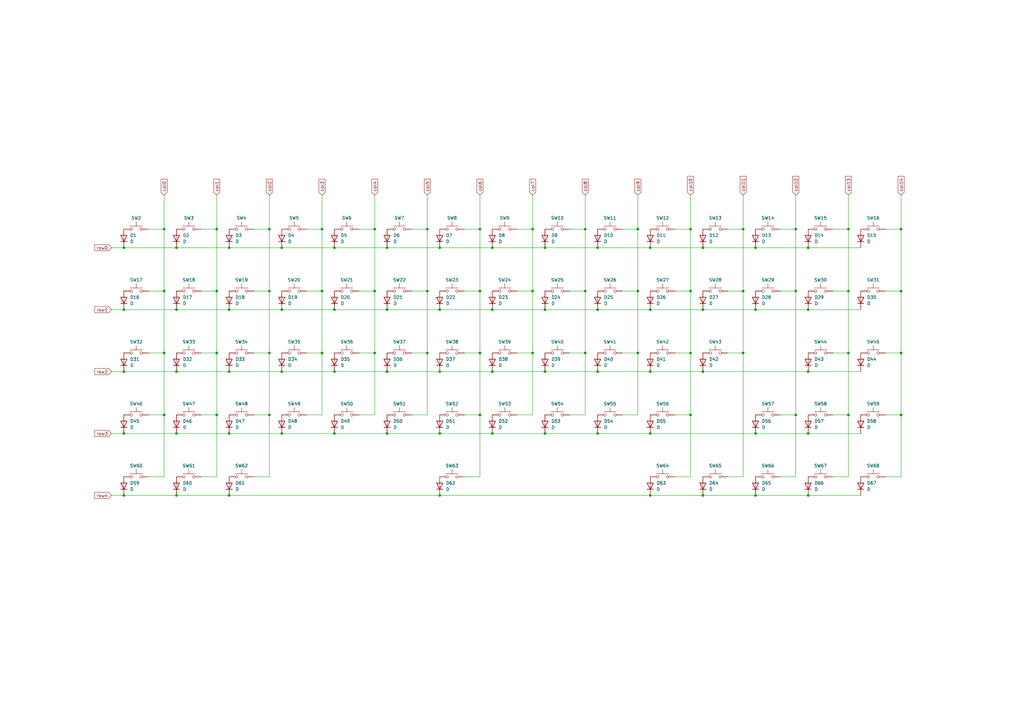
<source format=kicad_sch>
(kicad_sch (version 20250114) (generator "eeschema") (generator_version "9.0")
  (paper "A3")
  (junction (at 331.47 152.4))
  (junction (at 93.98 177.8))
  (junction (at 115.57 101.6))
  (junction (at 196.85 119.38))
  (junction (at 137.16 101.6))
  (junction (at 67.31 144.78))
  (junction (at 331.47 127))
  (junction (at 180.34 152.4))
  (junction (at 110.49 144.78))
  (junction (at 331.47 101.6))
  (junction (at 369.57 93.98))
  (junction (at 196.85 170.18))
  (junction (at 240.03 93.98))
  (junction (at 266.7 152.4))
  (junction (at 137.16 177.8))
  (junction (at 288.29 203.2))
  (junction (at 326.39 170.18))
  (junction (at 153.67 119.38))
  (junction (at 288.29 152.4))
  (junction (at 110.49 119.38))
  (junction (at 88.9 93.98))
  (junction (at 110.49 170.18))
  (junction (at 304.8 119.38))
  (junction (at 180.34 127))
  (junction (at 245.11 177.8))
  (junction (at 137.16 152.4))
  (junction (at 115.57 127))
  (junction (at 347.98 93.98))
  (junction (at 309.88 101.6))
  (junction (at 132.08 93.98))
  (junction (at 223.52 177.8))
  (junction (at 72.39 152.4))
  (junction (at 223.52 127))
  (junction (at 304.8 144.78))
  (junction (at 158.75 127))
  (junction (at 266.7 101.6))
  (junction (at 288.29 101.6))
  (junction (at 50.8 152.4))
  (junction (at 93.98 127))
  (junction (at 309.88 203.2))
  (junction (at 158.75 101.6))
  (junction (at 67.31 119.38))
  (junction (at 88.9 119.38))
  (junction (at 88.9 170.18))
  (junction (at 283.21 170.18))
  (junction (at 218.44 144.78))
  (junction (at 180.34 203.2))
  (junction (at 261.62 119.38))
  (junction (at 369.57 144.78))
  (junction (at 331.47 203.2))
  (junction (at 218.44 119.38))
  (junction (at 326.39 93.98))
  (junction (at 115.57 152.4))
  (junction (at 266.7 177.8))
  (junction (at 245.11 152.4))
  (junction (at 218.44 93.98))
  (junction (at 158.75 177.8))
  (junction (at 240.03 144.78))
  (junction (at 67.31 93.98))
  (junction (at 261.62 144.78))
  (junction (at 93.98 203.2))
  (junction (at 196.85 93.98))
  (junction (at 93.98 152.4))
  (junction (at 304.8 93.98))
  (junction (at 201.93 152.4))
  (junction (at 240.03 119.38))
  (junction (at 137.16 127))
  (junction (at 132.08 144.78))
  (junction (at 180.34 101.6))
  (junction (at 347.98 144.78))
  (junction (at 309.88 127))
  (junction (at 158.75 152.4))
  (junction (at 110.49 93.98))
  (junction (at 283.21 93.98))
  (junction (at 72.39 203.2))
  (junction (at 347.98 170.18))
  (junction (at 196.85 144.78))
  (junction (at 347.98 119.38))
  (junction (at 266.7 127))
  (junction (at 266.7 203.2))
  (junction (at 309.88 177.8))
  (junction (at 72.39 127))
  (junction (at 223.52 101.6))
  (junction (at 50.8 177.8))
  (junction (at 369.57 170.18))
  (junction (at 288.29 127))
  (junction (at 180.34 177.8))
  (junction (at 201.93 101.6))
  (junction (at 201.93 127))
  (junction (at 72.39 177.8))
  (junction (at 201.93 177.8))
  (junction (at 153.67 93.98))
  (junction (at 88.9 144.78))
  (junction (at 326.39 119.38))
  (junction (at 93.98 101.6))
  (junction (at 283.21 119.38))
  (junction (at 67.31 170.18))
  (junction (at 175.26 119.38))
  (junction (at 283.21 144.78))
  (junction (at 245.11 101.6))
  (junction (at 175.26 93.98))
  (junction (at 72.39 101.6))
  (junction (at 245.11 127))
  (junction (at 132.08 119.38))
  (junction (at 261.62 93.98))
  (junction (at 175.26 144.78))
  (junction (at 153.67 144.78))
  (junction (at 369.57 119.38))
  (junction (at 50.8 203.2))
  (junction (at 50.8 127))
  (junction (at 331.47 177.8))
  (junction (at 50.8 101.6))
  (junction (at 223.52 152.4))
  (junction (at 115.57 177.8))
  (wire (pts (xy 347.98 144.78) (xy 347.98 170.18)))
  (wire (pts (xy 266.7 177.8) (xy 309.88 177.8)))
  (wire (pts (xy 67.31 195.58) (xy 60.96 195.58)))
  (wire (pts (xy 72.39 177.8) (xy 93.98 177.8)))
  (wire (pts (xy 196.85 170.18) (xy 190.5 170.18)))
  (wire (pts (xy 245.11 101.6) (xy 266.7 101.6)))
  (wire (pts (xy 266.7 101.6) (xy 288.29 101.6)))
  (wire (pts (xy 153.67 80.01) (xy 153.67 93.98)))
  (wire (pts (xy 132.08 119.38) (xy 125.73 119.38)))
  (wire (pts (xy 196.85 93.98) (xy 190.5 93.98)))
  (wire (pts (xy 137.16 127) (xy 158.75 127)))
  (wire (pts (xy 266.7 203.2) (xy 288.29 203.2)))
  (wire (pts (xy 369.57 195.58) (xy 363.22 195.58)))
  (wire (pts (xy 218.44 80.01) (xy 218.44 93.98)))
  (wire (pts (xy 132.08 144.78) (xy 132.08 170.18)))
  (wire (pts (xy 180.34 152.4) (xy 201.93 152.4)))
  (wire (pts (xy 245.11 127) (xy 266.7 127)))
  (wire (pts (xy 326.39 119.38) (xy 320.04 119.38)))
  (wire (pts (xy 88.9 119.38) (xy 88.9 144.78)))
  (wire (pts (xy 158.75 177.8) (xy 180.34 177.8)))
  (wire (pts (xy 288.29 152.4) (xy 331.47 152.4)))
  (wire (pts (xy 88.9 93.98) (xy 82.55 93.98)))
  (wire (pts (xy 110.49 195.58) (xy 104.14 195.58)))
  (wire (pts (xy 180.34 101.6) (xy 201.93 101.6)))
  (wire (pts (xy 67.31 93.98) (xy 67.31 119.38)))
  (wire (pts (xy 175.26 93.98) (xy 175.26 119.38)))
  (wire (pts (xy 331.47 177.8) (xy 353.06 177.8)))
  (wire (pts (xy 347.98 93.98) (xy 347.98 119.38)))
  (wire (pts (xy 369.57 93.98) (xy 363.22 93.98)))
  (wire (pts (xy 218.44 119.38) (xy 218.44 144.78)))
  (wire (pts (xy 45.72 177.8) (xy 50.8 177.8)))
  (wire (pts (xy 67.31 93.98) (xy 60.96 93.98)))
  (wire (pts (xy 347.98 119.38) (xy 347.98 144.78)))
  (wire (pts (xy 88.9 170.18) (xy 82.55 170.18)))
  (wire (pts (xy 223.52 127) (xy 245.11 127)))
  (wire (pts (xy 132.08 93.98) (xy 125.73 93.98)))
  (wire (pts (xy 326.39 93.98) (xy 320.04 93.98)))
  (wire (pts (xy 158.75 101.6) (xy 180.34 101.6)))
  (wire (pts (xy 201.93 152.4) (xy 223.52 152.4)))
  (wire (pts (xy 369.57 80.01) (xy 369.57 93.98)))
  (wire (pts (xy 88.9 119.38) (xy 82.55 119.38)))
  (wire (pts (xy 115.57 177.8) (xy 137.16 177.8)))
  (wire (pts (xy 201.93 177.8) (xy 223.52 177.8)))
  (wire (pts (xy 347.98 170.18) (xy 341.63 170.18)))
  (wire (pts (xy 196.85 80.01) (xy 196.85 93.98)))
  (wire (pts (xy 88.9 144.78) (xy 82.55 144.78)))
  (wire (pts (xy 115.57 101.6) (xy 137.16 101.6)))
  (wire (pts (xy 175.26 144.78) (xy 168.91 144.78)))
  (wire (pts (xy 283.21 170.18) (xy 283.21 195.58)))
  (wire (pts (xy 153.67 119.38) (xy 153.67 144.78)))
  (wire (pts (xy 261.62 80.01) (xy 261.62 93.98)))
  (wire (pts (xy 115.57 152.4) (xy 137.16 152.4)))
  (wire (pts (xy 137.16 177.8) (xy 158.75 177.8)))
  (wire (pts (xy 304.8 195.58) (xy 298.45 195.58)))
  (wire (pts (xy 283.21 170.18) (xy 276.86 170.18)))
  (wire (pts (xy 93.98 152.4) (xy 115.57 152.4)))
  (wire (pts (xy 72.39 127) (xy 93.98 127)))
  (wire (pts (xy 326.39 195.58) (xy 320.04 195.58)))
  (wire (pts (xy 240.03 170.18) (xy 233.68 170.18)))
  (wire (pts (xy 45.72 152.4) (xy 50.8 152.4)))
  (wire (pts (xy 288.29 203.2) (xy 309.88 203.2)))
  (wire (pts (xy 137.16 101.6) (xy 158.75 101.6)))
  (wire (pts (xy 88.9 80.01) (xy 88.9 93.98)))
  (wire (pts (xy 283.21 195.58) (xy 276.86 195.58)))
  (wire (pts (xy 93.98 203.2) (xy 180.34 203.2)))
  (wire (pts (xy 261.62 93.98) (xy 255.27 93.98)))
  (wire (pts (xy 196.85 93.98) (xy 196.85 119.38)))
  (wire (pts (xy 309.88 127) (xy 331.47 127)))
  (wire (pts (xy 67.31 170.18) (xy 67.31 195.58)))
  (wire (pts (xy 110.49 80.01) (xy 110.49 93.98)))
  (wire (pts (xy 304.8 119.38) (xy 304.8 144.78)))
  (wire (pts (xy 240.03 119.38) (xy 233.68 119.38)))
  (wire (pts (xy 304.8 144.78) (xy 304.8 195.58)))
  (wire (pts (xy 288.29 127) (xy 309.88 127)))
  (wire (pts (xy 180.34 177.8) (xy 201.93 177.8)))
  (wire (pts (xy 283.21 119.38) (xy 276.86 119.38)))
  (wire (pts (xy 67.31 119.38) (xy 60.96 119.38)))
  (wire (pts (xy 196.85 144.78) (xy 190.5 144.78)))
  (wire (pts (xy 218.44 144.78) (xy 218.44 170.18)))
  (wire (pts (xy 93.98 101.6) (xy 115.57 101.6)))
  (wire (pts (xy 304.8 93.98) (xy 304.8 119.38)))
  (wire (pts (xy 45.72 203.2) (xy 50.8 203.2)))
  (wire (pts (xy 218.44 93.98) (xy 218.44 119.38)))
  (wire (pts (xy 261.62 93.98) (xy 261.62 119.38)))
  (wire (pts (xy 110.49 170.18) (xy 110.49 195.58)))
  (wire (pts (xy 153.67 144.78) (xy 147.32 144.78)))
  (wire (pts (xy 347.98 170.18) (xy 347.98 195.58)))
  (wire (pts (xy 50.8 203.2) (xy 72.39 203.2)))
  (wire (pts (xy 218.44 170.18) (xy 212.09 170.18)))
  (wire (pts (xy 331.47 203.2) (xy 353.06 203.2)))
  (wire (pts (xy 309.88 203.2) (xy 331.47 203.2)))
  (wire (pts (xy 67.31 80.01) (xy 67.31 93.98)))
  (wire (pts (xy 266.7 127) (xy 288.29 127)))
  (wire (pts (xy 175.26 144.78) (xy 175.26 170.18)))
  (wire (pts (xy 283.21 144.78) (xy 276.86 144.78)))
  (wire (pts (xy 369.57 170.18) (xy 363.22 170.18)))
  (wire (pts (xy 201.93 101.6) (xy 223.52 101.6)))
  (wire (pts (xy 369.57 93.98) (xy 369.57 119.38)))
  (wire (pts (xy 88.9 144.78) (xy 88.9 170.18)))
  (wire (pts (xy 245.11 152.4) (xy 266.7 152.4)))
  (wire (pts (xy 50.8 152.4) (xy 72.39 152.4)))
  (wire (pts (xy 132.08 93.98) (xy 132.08 119.38)))
  (wire (pts (xy 326.39 119.38) (xy 326.39 170.18)))
  (wire (pts (xy 218.44 119.38) (xy 212.09 119.38)))
  (wire (pts (xy 288.29 101.6) (xy 309.88 101.6)))
  (wire (pts (xy 67.31 119.38) (xy 67.31 144.78)))
  (wire (pts (xy 175.26 119.38) (xy 168.91 119.38)))
  (wire (pts (xy 50.8 127) (xy 72.39 127)))
  (wire (pts (xy 218.44 93.98) (xy 212.09 93.98)))
  (wire (pts (xy 223.52 177.8) (xy 245.11 177.8)))
  (wire (pts (xy 304.8 80.01) (xy 304.8 93.98)))
  (wire (pts (xy 196.85 195.58) (xy 190.5 195.58)))
  (wire (pts (xy 110.49 119.38) (xy 110.49 144.78)))
  (wire (pts (xy 240.03 144.78) (xy 233.68 144.78)))
  (wire (pts (xy 240.03 93.98) (xy 240.03 119.38)))
  (wire (pts (xy 240.03 144.78) (xy 240.03 170.18)))
  (wire (pts (xy 326.39 170.18) (xy 326.39 195.58)))
  (wire (pts (xy 283.21 80.01) (xy 283.21 93.98)))
  (wire (pts (xy 110.49 119.38) (xy 104.14 119.38)))
  (wire (pts (xy 261.62 144.78) (xy 255.27 144.78)))
  (wire (pts (xy 45.72 127) (xy 50.8 127)))
  (wire (pts (xy 240.03 119.38) (xy 240.03 144.78)))
  (wire (pts (xy 93.98 177.8) (xy 115.57 177.8)))
  (wire (pts (xy 132.08 119.38) (xy 132.08 144.78)))
  (wire (pts (xy 326.39 170.18) (xy 320.04 170.18)))
  (wire (pts (xy 196.85 119.38) (xy 190.5 119.38)))
  (wire (pts (xy 132.08 144.78) (xy 125.73 144.78)))
  (wire (pts (xy 88.9 93.98) (xy 88.9 119.38)))
  (wire (pts (xy 309.88 101.6) (xy 331.47 101.6)))
  (wire (pts (xy 93.98 127) (xy 115.57 127)))
  (wire (pts (xy 67.31 144.78) (xy 67.31 170.18)))
  (wire (pts (xy 331.47 127) (xy 353.06 127)))
  (wire (pts (xy 266.7 152.4) (xy 288.29 152.4)))
  (wire (pts (xy 261.62 119.38) (xy 255.27 119.38)))
  (wire (pts (xy 132.08 80.01) (xy 132.08 93.98)))
  (wire (pts (xy 153.67 93.98) (xy 153.67 119.38)))
  (wire (pts (xy 261.62 119.38) (xy 261.62 144.78)))
  (wire (pts (xy 67.31 170.18) (xy 60.96 170.18)))
  (wire (pts (xy 240.03 80.01) (xy 240.03 93.98)))
  (wire (pts (xy 88.9 170.18) (xy 88.9 195.58)))
  (wire (pts (xy 180.34 127) (xy 201.93 127)))
  (wire (pts (xy 175.26 80.01) (xy 175.26 93.98)))
  (wire (pts (xy 218.44 144.78) (xy 212.09 144.78)))
  (wire (pts (xy 110.49 93.98) (xy 110.49 119.38)))
  (wire (pts (xy 110.49 170.18) (xy 104.14 170.18)))
  (wire (pts (xy 110.49 144.78) (xy 110.49 170.18)))
  (wire (pts (xy 72.39 101.6) (xy 93.98 101.6)))
  (wire (pts (xy 223.52 152.4) (xy 245.11 152.4)))
  (wire (pts (xy 223.52 101.6) (xy 245.11 101.6)))
  (wire (pts (xy 347.98 144.78) (xy 341.63 144.78)))
  (wire (pts (xy 261.62 170.18) (xy 255.27 170.18)))
  (wire (pts (xy 240.03 93.98) (xy 233.68 93.98)))
  (wire (pts (xy 45.72 101.6) (xy 50.8 101.6)))
  (wire (pts (xy 261.62 144.78) (xy 261.62 170.18)))
  (wire (pts (xy 196.85 144.78) (xy 196.85 170.18)))
  (wire (pts (xy 347.98 80.01) (xy 347.98 93.98)))
  (wire (pts (xy 137.16 152.4) (xy 158.75 152.4)))
  (wire (pts (xy 369.57 119.38) (xy 363.22 119.38)))
  (wire (pts (xy 67.31 144.78) (xy 60.96 144.78)))
  (wire (pts (xy 72.39 203.2) (xy 93.98 203.2)))
  (wire (pts (xy 347.98 93.98) (xy 341.63 93.98)))
  (wire (pts (xy 153.67 119.38) (xy 147.32 119.38)))
  (wire (pts (xy 369.57 144.78) (xy 369.57 170.18)))
  (wire (pts (xy 153.67 93.98) (xy 147.32 93.98)))
  (wire (pts (xy 158.75 127) (xy 180.34 127)))
  (wire (pts (xy 331.47 101.6) (xy 353.06 101.6)))
  (wire (pts (xy 132.08 170.18) (xy 125.73 170.18)))
  (wire (pts (xy 153.67 170.18) (xy 147.32 170.18)))
  (wire (pts (xy 283.21 119.38) (xy 283.21 144.78)))
  (wire (pts (xy 50.8 101.6) (xy 72.39 101.6)))
  (wire (pts (xy 110.49 93.98) (xy 104.14 93.98)))
  (wire (pts (xy 283.21 93.98) (xy 283.21 119.38)))
  (wire (pts (xy 175.26 93.98) (xy 168.91 93.98)))
  (wire (pts (xy 153.67 144.78) (xy 153.67 170.18)))
  (wire (pts (xy 175.26 119.38) (xy 175.26 144.78)))
  (wire (pts (xy 369.57 170.18) (xy 369.57 195.58)))
  (wire (pts (xy 304.8 144.78) (xy 298.45 144.78)))
  (wire (pts (xy 158.75 152.4) (xy 180.34 152.4)))
  (wire (pts (xy 326.39 93.98) (xy 326.39 119.38)))
  (wire (pts (xy 326.39 80.01) (xy 326.39 93.98)))
  (wire (pts (xy 175.26 170.18) (xy 168.91 170.18)))
  (wire (pts (xy 50.8 177.8) (xy 72.39 177.8)))
  (wire (pts (xy 283.21 144.78) (xy 283.21 170.18)))
  (wire (pts (xy 347.98 195.58) (xy 341.63 195.58)))
  (wire (pts (xy 180.34 203.2) (xy 266.7 203.2)))
  (wire (pts (xy 283.21 93.98) (xy 276.86 93.98)))
  (wire (pts (xy 369.57 119.38) (xy 369.57 144.78)))
  (wire (pts (xy 347.98 119.38) (xy 341.63 119.38)))
  (wire (pts (xy 196.85 170.18) (xy 196.85 195.58)))
  (wire (pts (xy 196.85 119.38) (xy 196.85 144.78)))
  (wire (pts (xy 309.88 177.8) (xy 331.47 177.8)))
  (wire (pts (xy 245.11 177.8) (xy 266.7 177.8)))
  (wire (pts (xy 369.57 144.78) (xy 363.22 144.78)))
  (wire (pts (xy 201.93 127) (xy 223.52 127)))
  (wire (pts (xy 115.57 127) (xy 137.16 127)))
  (wire (pts (xy 304.8 119.38) (xy 298.45 119.38)))
  (wire (pts (xy 331.47 152.4) (xy 353.06 152.4)))
  (wire (pts (xy 110.49 144.78) (xy 104.14 144.78)))
  (wire (pts (xy 72.39 152.4) (xy 93.98 152.4)))
  (wire (pts (xy 88.9 195.58) (xy 82.55 195.58)))
  (wire (pts (xy 304.8 93.98) (xy 298.45 93.98)))
  (global_label "row1" (shape input) (at 45.72 127 180) (property "Intersheetrefs" "${INTERSHEET_REFS}" (effects (hide yes))))
  (global_label "col11" (shape input) (at 304.8 80.01 90) (property "Intersheetrefs" "${INTERSHEET_REFS}" (effects (hide yes))))
  (global_label "col14" (shape input) (at 369.57 80.01 90) (property "Intersheetrefs" "${INTERSHEET_REFS}" (effects (hide yes))))
  (global_label "col7" (shape input) (at 218.44 80.01 90) (property "Intersheetrefs" "${INTERSHEET_REFS}" (effects (hide yes))))
  (global_label "row4" (shape input) (at 45.72 203.2 180) (property "Intersheetrefs" "${INTERSHEET_REFS}" (effects (hide yes))))
  (global_label "col12" (shape input) (at 326.39 80.01 90) (property "Intersheetrefs" "${INTERSHEET_REFS}" (effects (hide yes))))
  (global_label "col9" (shape input) (at 261.62 80.01 90) (property "Intersheetrefs" "${INTERSHEET_REFS}" (effects (hide yes))))
  (global_label "row0" (shape input) (at 45.72 101.6 180) (property "Intersheetrefs" "${INTERSHEET_REFS}" (effects (hide yes))))
  (global_label "col3" (shape input) (at 132.08 80.01 90) (property "Intersheetrefs" "${INTERSHEET_REFS}" (effects (hide yes))))
  (global_label "col2" (shape input) (at 110.49 80.01 90) (property "Intersheetrefs" "${INTERSHEET_REFS}" (effects (hide yes))))
  (global_label "col13" (shape input) (at 347.98 80.01 90) (property "Intersheetrefs" "${INTERSHEET_REFS}" (effects (hide yes))))
  (global_label "col5" (shape input) (at 175.26 80.01 90) (property "Intersheetrefs" "${INTERSHEET_REFS}" (effects (hide yes))))
  (global_label "col10" (shape input) (at 283.21 80.01 90) (property "Intersheetrefs" "${INTERSHEET_REFS}" (effects (hide yes))))
  (global_label "row2" (shape input) (at 45.72 152.4 180) (property "Intersheetrefs" "${INTERSHEET_REFS}" (effects (hide yes))))
  (global_label "col8" (shape input) (at 240.03 80.01 90) (property "Intersheetrefs" "${INTERSHEET_REFS}" (effects (hide yes))))
  (global_label "row3" (shape input) (at 45.72 177.8 180) (property "Intersheetrefs" "${INTERSHEET_REFS}" (effects (hide yes))))
  (global_label "col6" (shape input) (at 196.85 80.01 90) (property "Intersheetrefs" "${INTERSHEET_REFS}" (effects (hide yes))))
  (global_label "col1" (shape input) (at 88.9 80.01 90) (property "Intersheetrefs" "${INTERSHEET_REFS}" (effects (hide yes))))
  (global_label "col4" (shape input) (at 153.67 80.01 90) (property "Intersheetrefs" "${INTERSHEET_REFS}" (effects (hide yes))))
  (global_label "col0" (shape input) (at 67.31 80.01 90) (property "Intersheetrefs" "${INTERSHEET_REFS}" (effects (hide yes))))
  (symbol (lib_id "Device:D") (at 309.88 97.79 90) (unit 1)
    (property "Reference" "D13" (at 312.42 96.5199 90) (effects (justify right)))
    (property "Value" "D" (at 312.42 99.0599 90) (effects (justify right)))
    (property "Footprint" "Diode_SMD:D_SOD-123" (effects (hide yes)))
    (property "Description" "Diode" (effects (hide yes)))
    (property "Sim.Device" "D" (effects (hide yes)))
    (property "Sim.Pins" "1=K 2=A" (effects (hide yes)))
  )
  (symbol (lib_id "Switch:SW_Push") (at 250.19 119.38 0) (unit 1)
    (property "Reference" "SW26" (at 250.19 114.808 0))
    (property "Value" "O" (effects (hide yes)))
    (property "Footprint" "MX:MXOnly-1U" (effects (hide yes)))
    (property "Description" "Push button switch, generic, two pins" (effects (hide yes)))
  )
  (symbol (lib_id "Device:D") (at 72.39 97.79 90) (unit 1)
    (property "Reference" "D2" (at 74.93 96.5199 90) (effects (justify right)))
    (property "Value" "D" (at 74.93 99.0599 90) (effects (justify right)))
    (property "Footprint" "Diode_SMD:D_SOD-123" (effects (hide yes)))
    (property "Description" "Diode" (effects (hide yes)))
    (property "Sim.Device" "D" (effects (hide yes)))
    (property "Sim.Pins" "1=K 2=A" (effects (hide yes)))
  )
  (symbol (lib_id "Device:D") (at 93.98 148.59 90) (unit 1)
    (property "Reference" "D33" (at 96.52 147.3199 90) (effects (justify right)))
    (property "Value" "D" (at 96.52 149.8599 90) (effects (justify right)))
    (property "Footprint" "Diode_SMD:D_SOD-123" (effects (hide yes)))
    (property "Description" "Diode" (effects (hide yes)))
    (property "Sim.Device" "D" (effects (hide yes)))
    (property "Sim.Pins" "1=K 2=A" (effects (hide yes)))
  )
  (symbol (lib_id "Device:D") (at 180.34 148.59 90) (unit 1)
    (property "Reference" "D37" (at 182.88 147.3199 90) (effects (justify right)))
    (property "Value" "D" (at 182.88 149.8599 90) (effects (justify right)))
    (property "Footprint" "Diode_SMD:D_SOD-123" (effects (hide yes)))
    (property "Description" "Diode" (effects (hide yes)))
    (property "Sim.Device" "D" (effects (hide yes)))
    (property "Sim.Pins" "1=K 2=A" (effects (hide yes)))
  )
  (symbol (lib_id "Switch:SW_Push") (at 55.88 144.78 0) (unit 1)
    (property "Reference" "SW32" (at 55.88 140.208 0))
    (property "Value" "CAPS" (effects (hide yes)))
    (property "Footprint" "MX:MXOnly-1.75U" (effects (hide yes)))
    (property "Description" "Push button switch, generic, two pins" (effects (hide yes)))
  )
  (symbol (lib_id "Switch:SW_Push") (at 55.88 195.58 0) (unit 1)
    (property "Reference" "SW60" (at 55.88 191.008 0))
    (property "Value" "CTRL" (effects (hide yes)))
    (property "Footprint" "MX:MXOnly-1.5U" (effects (hide yes)))
    (property "Description" "Push button switch, generic, two pins" (effects (hide yes)))
  )
  (symbol (lib_id "Device:D") (at 223.52 148.59 90) (unit 1)
    (property "Reference" "D39" (at 226.06 147.3199 90) (effects (justify right)))
    (property "Value" "D" (at 226.06 149.8599 90) (effects (justify right)))
    (property "Footprint" "Diode_SMD:D_SOD-123" (effects (hide yes)))
    (property "Description" "Diode" (effects (hide yes)))
    (property "Sim.Device" "D" (effects (hide yes)))
    (property "Sim.Pins" "1=K 2=A" (effects (hide yes)))
  )
  (symbol (lib_id "Switch:SW_Push") (at 99.06 119.38 0) (unit 1)
    (property "Reference" "SW19" (at 99.06 114.808 0))
    (property "Value" "W" (effects (hide yes)))
    (property "Footprint" "MX:MXOnly-1U" (effects (hide yes)))
    (property "Description" "Push button switch, generic, two pins" (effects (hide yes)))
  )
  (symbol (lib_id "Device:D") (at 245.11 97.79 90) (unit 1)
    (property "Reference" "D10" (at 247.65 96.5199 90) (effects (justify right)))
    (property "Value" "D" (at 247.65 99.0599 90) (effects (justify right)))
    (property "Footprint" "Diode_SMD:D_SOD-123" (effects (hide yes)))
    (property "Description" "Diode" (effects (hide yes)))
    (property "Sim.Device" "D" (effects (hide yes)))
    (property "Sim.Pins" "1=K 2=A" (effects (hide yes)))
  )
  (symbol (lib_id "Switch:SW_Push") (at 99.06 144.78 0) (unit 1)
    (property "Reference" "SW34" (at 99.06 140.208 0))
    (property "Value" "S" (effects (hide yes)))
    (property "Footprint" "MX:MXOnly-1U" (effects (hide yes)))
    (property "Description" "Push button switch, generic, two pins" (effects (hide yes)))
  )
  (symbol (lib_id "Device:D") (at 331.47 173.99 90) (unit 1)
    (property "Reference" "D57" (at 334.01 172.7199 90) (effects (justify right)))
    (property "Value" "D" (at 334.01 175.2599 90) (effects (justify right)))
    (property "Footprint" "Diode_SMD:D_SOD-123" (effects (hide yes)))
    (property "Description" "Diode" (effects (hide yes)))
    (property "Sim.Device" "D" (effects (hide yes)))
    (property "Sim.Pins" "1=K 2=A" (effects (hide yes)))
  )
  (symbol (lib_id "Device:D") (at 93.98 123.19 90) (unit 1)
    (property "Reference" "D18" (at 96.52 121.9199 90) (effects (justify right)))
    (property "Value" "D" (at 96.52 124.4599 90) (effects (justify right)))
    (property "Footprint" "Diode_SMD:D_SOD-123" (effects (hide yes)))
    (property "Description" "Diode" (effects (hide yes)))
    (property "Sim.Device" "D" (effects (hide yes)))
    (property "Sim.Pins" "1=K 2=A" (effects (hide yes)))
  )
  (symbol (lib_id "Switch:SW_Push") (at 293.37 144.78 0) (unit 1)
    (property "Reference" "SW43" (at 293.37 140.208 0))
    (property "Value" "\"'" (effects (hide yes)))
    (property "Footprint" "MX:MXOnly-1U" (effects (hide yes)))
    (property "Description" "Push button switch, generic, two pins" (effects (hide yes)))
  )
  (symbol (lib_id "Device:D") (at 201.93 173.99 90) (unit 1)
    (property "Reference" "D52" (at 204.47 172.7199 90) (effects (justify right)))
    (property "Value" "D" (at 204.47 175.2599 90) (effects (justify right)))
    (property "Footprint" "Diode_SMD:D_SOD-123" (effects (hide yes)))
    (property "Description" "Diode" (effects (hide yes)))
    (property "Sim.Device" "D" (effects (hide yes)))
    (property "Sim.Pins" "1=K 2=A" (effects (hide yes)))
  )
  (symbol (lib_id "Device:D") (at 137.16 148.59 90) (unit 1)
    (property "Reference" "D35" (at 139.7 147.3199 90) (effects (justify right)))
    (property "Value" "D" (at 139.7 149.8599 90) (effects (justify right)))
    (property "Footprint" "Diode_SMD:D_SOD-123" (effects (hide yes)))
    (property "Description" "Diode" (effects (hide yes)))
    (property "Sim.Device" "D" (effects (hide yes)))
    (property "Sim.Pins" "1=K 2=A" (effects (hide yes)))
  )
  (symbol (lib_id "Switch:SW_Push") (at 99.06 195.58 0) (unit 1)
    (property "Reference" "SW62" (at 99.06 191.008 0))
    (property "Value" "ALT" (effects (hide yes)))
    (property "Footprint" "MX:MXOnly-1.5U" (effects (hide yes)))
    (property "Description" "Push button switch, generic, two pins" (effects (hide yes)))
  )
  (symbol (lib_id "Device:D") (at 309.88 173.99 90) (unit 1)
    (property "Reference" "D56" (at 312.42 172.7199 90) (effects (justify right)))
    (property "Value" "D" (at 312.42 175.2599 90) (effects (justify right)))
    (property "Footprint" "Diode_SMD:D_SOD-123" (effects (hide yes)))
    (property "Description" "Diode" (effects (hide yes)))
    (property "Sim.Device" "D" (effects (hide yes)))
    (property "Sim.Pins" "1=K 2=A" (effects (hide yes)))
  )
  (symbol (lib_id "Device:D") (at 137.16 173.99 90) (unit 1)
    (property "Reference" "D49" (at 139.7 172.7199 90) (effects (justify right)))
    (property "Value" "D" (at 139.7 175.2599 90) (effects (justify right)))
    (property "Footprint" "Diode_SMD:D_SOD-123" (effects (hide yes)))
    (property "Description" "Diode" (effects (hide yes)))
    (property "Sim.Device" "D" (effects (hide yes)))
    (property "Sim.Pins" "1=K 2=A" (effects (hide yes)))
  )
  (symbol (lib_id "Switch:SW_Push") (at 228.6 119.38 0) (unit 1)
    (property "Reference" "SW25" (at 228.6 114.808 0))
    (property "Value" "I" (effects (hide yes)))
    (property "Footprint" "MX:MXOnly-1U" (effects (hide yes)))
    (property "Description" "Push button switch, generic, two pins" (effects (hide yes)))
  )
  (symbol (lib_id "Switch:SW_Push") (at 250.19 144.78 0) (unit 1)
    (property "Reference" "SW41" (at 250.19 140.208 0))
    (property "Value" "L" (effects (hide yes)))
    (property "Footprint" "MX:MXOnly-1U" (effects (hide yes)))
    (property "Description" "Push button switch, generic, two pins" (effects (hide yes)))
  )
  (symbol (lib_id "Device:D") (at 288.29 123.19 90) (unit 1)
    (property "Reference" "D27" (at 290.83 121.9199 90) (effects (justify right)))
    (property "Value" "D" (at 290.83 124.4599 90) (effects (justify right)))
    (property "Footprint" "Diode_SMD:D_SOD-123" (effects (hide yes)))
    (property "Description" "Diode" (effects (hide yes)))
    (property "Sim.Device" "D" (effects (hide yes)))
    (property "Sim.Pins" "1=K 2=A" (effects (hide yes)))
  )
  (symbol (lib_id "Switch:SW_Push") (at 120.65 119.38 0) (unit 1)
    (property "Reference" "SW20" (at 120.65 114.808 0))
    (property "Value" "E" (effects (hide yes)))
    (property "Footprint" "MX:MXOnly-1U" (effects (hide yes)))
    (property "Description" "Push button switch, generic, two pins" (effects (hide yes)))
  )
  (symbol (lib_id "Device:D") (at 50.8 123.19 90) (unit 1)
    (property "Reference" "D16" (at 53.34 121.9199 90) (effects (justify right)))
    (property "Value" "D" (at 53.34 124.4599 90) (effects (justify right)))
    (property "Footprint" "Diode_SMD:D_SOD-123" (effects (hide yes)))
    (property "Description" "Diode" (effects (hide yes)))
    (property "Sim.Device" "D" (effects (hide yes)))
    (property "Sim.Pins" "1=K 2=A" (effects (hide yes)))
  )
  (symbol (lib_id "Switch:SW_Push") (at 142.24 93.98 0) (unit 1)
    (property "Reference" "SW6" (at 142.24 89.408 0))
    (property "Value" "4" (effects (hide yes)))
    (property "Footprint" "MX:MXOnly-1U" (effects (hide yes)))
    (property "Description" "Push button switch, generic, two pins" (effects (hide yes)))
  )
  (symbol (lib_id "Switch:SW_Push") (at 185.42 170.18 0) (unit 1)
    (property "Reference" "SW52" (at 185.42 165.608 0))
    (property "Value" "N" (effects (hide yes)))
    (property "Footprint" "MX:MXOnly-1U" (effects (hide yes)))
    (property "Description" "Push button switch, generic, two pins" (effects (hide yes)))
  )
  (symbol (lib_id "Device:D") (at 180.34 97.79 90) (unit 1)
    (property "Reference" "D7" (at 182.88 96.5199 90) (effects (justify right)))
    (property "Value" "D" (at 182.88 99.0599 90) (effects (justify right)))
    (property "Footprint" "Diode_SMD:D_SOD-123" (effects (hide yes)))
    (property "Description" "Diode" (effects (hide yes)))
    (property "Sim.Device" "D" (effects (hide yes)))
    (property "Sim.Pins" "1=K 2=A" (effects (hide yes)))
  )
  (symbol (lib_id "Switch:SW_Push") (at 228.6 170.18 0) (unit 1)
    (property "Reference" "SW54" (at 228.6 165.608 0))
    (property "Value" "<," (effects (hide yes)))
    (property "Footprint" "MX:MXOnly-1U" (effects (hide yes)))
    (property "Description" "Push button switch, generic, two pins" (effects (hide yes)))
  )
  (symbol (lib_id "Device:D") (at 309.88 199.39 90) (unit 1)
    (property "Reference" "D65" (at 312.42 198.1199 90) (effects (justify right)))
    (property "Value" "D" (at 312.42 200.6599 90) (effects (justify right)))
    (property "Footprint" "Diode_SMD:D_SOD-123" (effects (hide yes)))
    (property "Description" "Diode" (effects (hide yes)))
    (property "Sim.Device" "D" (effects (hide yes)))
    (property "Sim.Pins" "1=K 2=A" (effects (hide yes)))
  )
  (symbol (lib_id "Switch:SW_Push") (at 142.24 170.18 0) (unit 1)
    (property "Reference" "SW50" (at 142.24 165.608 0))
    (property "Value" "V" (effects (hide yes)))
    (property "Footprint" "MX:MXOnly-1U" (effects (hide yes)))
    (property "Description" "Push button switch, generic, two pins" (effects (hide yes)))
  )
  (symbol (lib_id "Switch:SW_Push") (at 55.88 93.98 0) (unit 1)
    (property "Reference" "SW2" (at 55.88 89.408 0))
    (property "Value" "ESC" (effects (hide yes)))
    (property "Footprint" "MX:MXOnly-1U" (effects (hide yes)))
    (property "Description" "Push button switch, generic, two pins" (effects (hide yes)))
  )
  (symbol (lib_id "Switch:SW_Push") (at 336.55 144.78 0) (unit 1)
    (property "Reference" "SW44" (at 336.55 140.208 0))
    (property "Value" "ENTER" (effects (hide yes)))
    (property "Footprint" "MX:MXOnly-2.25U" (effects (hide yes)))
    (property "Description" "Push button switch, generic, two pins" (effects (hide yes)))
  )
  (symbol (lib_id "Device:D") (at 158.75 148.59 90) (unit 1)
    (property "Reference" "D36" (at 161.29 147.3199 90) (effects (justify right)))
    (property "Value" "D" (at 161.29 149.8599 90) (effects (justify right)))
    (property "Footprint" "Diode_SMD:D_SOD-123" (effects (hide yes)))
    (property "Description" "Diode" (effects (hide yes)))
    (property "Sim.Device" "D" (effects (hide yes)))
    (property "Sim.Pins" "1=K 2=A" (effects (hide yes)))
  )
  (symbol (lib_id "Switch:SW_Push") (at 314.96 93.98 0) (unit 1)
    (property "Reference" "SW14" (at 314.96 89.408 0))
    (property "Value" "+=" (effects (hide yes)))
    (property "Footprint" "MX:MXOnly-1U" (effects (hide yes)))
    (property "Description" "Push button switch, generic, two pins" (effects (hide yes)))
  )
  (symbol (lib_id "Device:D") (at 331.47 148.59 90) (unit 1)
    (property "Reference" "D43" (at 334.01 147.3199 90) (effects (justify right)))
    (property "Value" "D" (at 334.01 149.8599 90) (effects (justify right)))
    (property "Footprint" "Diode_SMD:D_SOD-123" (effects (hide yes)))
    (property "Description" "Diode" (effects (hide yes)))
    (property "Sim.Device" "D" (effects (hide yes)))
    (property "Sim.Pins" "1=K 2=A" (effects (hide yes)))
  )
  (symbol (lib_id "Switch:SW_Push") (at 336.55 119.38 0) (unit 1)
    (property "Reference" "SW30" (at 336.55 114.808 0))
    (property "Value" "|\\" (effects (hide yes)))
    (property "Footprint" "MX:MXOnly-1.5U" (effects (hide yes)))
    (property "Description" "Push button switch, generic, two pins" (effects (hide yes)))
  )
  (symbol (lib_id "Switch:SW_Push") (at 293.37 93.98 0) (unit 1)
    (property "Reference" "SW13" (at 293.37 89.408 0))
    (property "Value" "-_" (effects (hide yes)))
    (property "Footprint" "MX:MXOnly-1U" (effects (hide yes)))
    (property "Description" "Push button switch, generic, two pins" (effects (hide yes)))
  )
  (symbol (lib_id "Switch:SW_Push") (at 142.24 119.38 0) (unit 1)
    (property "Reference" "SW21" (at 142.24 114.808 0))
    (property "Value" "R" (effects (hide yes)))
    (property "Footprint" "MX:MXOnly-1U" (effects (hide yes)))
    (property "Description" "Push button switch, generic, two pins" (effects (hide yes)))
  )
  (symbol (lib_id "Switch:SW_Push") (at 358.14 93.98 0) (unit 1)
    (property "Reference" "SW16" (at 358.14 89.408 0))
    (property "Value" "DEL" (effects (hide yes)))
    (property "Footprint" "MX:MXOnly-1U" (effects (hide yes)))
    (property "Description" "Push button switch, generic, two pins" (effects (hide yes)))
  )
  (symbol (lib_id "Switch:SW_Push") (at 271.78 119.38 0) (unit 1)
    (property "Reference" "SW27" (at 271.78 114.808 0))
    (property "Value" "P" (effects (hide yes)))
    (property "Footprint" "MX:MXOnly-1U" (effects (hide yes)))
    (property "Description" "Push button switch, generic, two pins" (effects (hide yes)))
  )
  (symbol (lib_id "Device:D") (at 353.06 123.19 90) (unit 1)
    (property "Reference" "D30" (at 355.6 121.9199 90) (effects (justify right)))
    (property "Value" "D" (at 355.6 124.4599 90) (effects (justify right)))
    (property "Footprint" "Diode_SMD:D_SOD-123" (effects (hide yes)))
    (property "Description" "Diode" (effects (hide yes)))
    (property "Sim.Device" "D" (effects (hide yes)))
    (property "Sim.Pins" "1=K 2=A" (effects (hide yes)))
  )
  (symbol (lib_id "Switch:SW_Push") (at 207.01 119.38 0) (unit 1)
    (property "Reference" "SW24" (at 207.01 114.808 0))
    (property "Value" "U" (effects (hide yes)))
    (property "Footprint" "MX:MXOnly-1U" (effects (hide yes)))
    (property "Description" "Push button switch, generic, two pins" (effects (hide yes)))
  )
  (symbol (lib_id "Switch:SW_Push") (at 120.65 170.18 0) (unit 1)
    (property "Reference" "SW49" (at 120.65 165.608 0))
    (property "Value" "C" (effects (hide yes)))
    (property "Footprint" "MX:MXOnly-1U" (effects (hide yes)))
    (property "Description" "Push button switch, generic, two pins" (effects (hide yes)))
  )
  (symbol (lib_id "Device:D") (at 353.06 148.59 90) (unit 1)
    (property "Reference" "D44" (at 355.6 147.3199 90) (effects (justify right)))
    (property "Value" "D" (at 355.6 149.8599 90) (effects (justify right)))
    (property "Footprint" "Diode_SMD:D_SOD-123" (effects (hide yes)))
    (property "Description" "Diode" (effects (hide yes)))
    (property "Sim.Device" "D" (effects (hide yes)))
    (property "Sim.Pins" "1=K 2=A" (effects (hide yes)))
  )
  (symbol (lib_id "Switch:SW_Push") (at 185.42 144.78 0) (unit 1)
    (property "Reference" "SW38" (at 185.42 140.208 0))
    (property "Value" "H" (effects (hide yes)))
    (property "Footprint" "MX:MXOnly-1U" (effects (hide yes)))
    (property "Description" "Push button switch, generic, two pins" (effects (hide yes)))
  )
  (symbol (lib_id "Switch:SW_Push") (at 185.42 195.58 0) (unit 1)
    (property "Reference" "SW63" (at 185.42 191.008 0))
    (property "Value" "SPACE" (effects (hide yes)))
    (property "Footprint" "MX:MXOnly-6.25U" (effects (hide yes)))
    (property "Description" "Push button switch, generic, two pins" (effects (hide yes)))
  )
  (symbol (lib_id "Device:D") (at 288.29 97.79 90) (unit 1)
    (property "Reference" "D12" (at 290.83 96.5199 90) (effects (justify right)))
    (property "Value" "D" (at 290.83 99.0599 90) (effects (justify right)))
    (property "Footprint" "Diode_SMD:D_SOD-123" (effects (hide yes)))
    (property "Description" "Diode" (effects (hide yes)))
    (property "Sim.Device" "D" (effects (hide yes)))
    (property "Sim.Pins" "1=K 2=A" (effects (hide yes)))
  )
  (symbol (lib_id "Switch:SW_Push") (at 77.47 119.38 0) (unit 1)
    (property "Reference" "SW18" (at 77.47 114.808 0))
    (property "Value" "Q" (effects (hide yes)))
    (property "Footprint" "MX:MXOnly-1U" (effects (hide yes)))
    (property "Description" "Push button switch, generic, two pins" (effects (hide yes)))
  )
  (symbol (lib_id "Switch:SW_Push") (at 77.47 144.78 0) (unit 1)
    (property "Reference" "SW33" (at 77.47 140.208 0))
    (property "Value" "A" (effects (hide yes)))
    (property "Footprint" "MX:MXOnly-1U" (effects (hide yes)))
    (property "Description" "Push button switch, generic, two pins" (effects (hide yes)))
  )
  (symbol (lib_id "Device:D") (at 50.8 199.39 90) (unit 1)
    (property "Reference" "D59" (at 53.34 198.1199 90) (effects (justify right)))
    (property "Value" "D" (at 53.34 200.6599 90) (effects (justify right)))
    (property "Footprint" "Diode_SMD:D_SOD-123" (effects (hide yes)))
    (property "Description" "Diode" (effects (hide yes)))
    (property "Sim.Device" "D" (effects (hide yes)))
    (property "Sim.Pins" "1=K 2=A" (effects (hide yes)))
  )
  (symbol (lib_id "Device:D") (at 72.39 173.99 90) (unit 1)
    (property "Reference" "D46" (at 74.93 172.7199 90) (effects (justify right)))
    (property "Value" "D" (at 74.93 175.2599 90) (effects (justify right)))
    (property "Footprint" "Diode_SMD:D_SOD-123" (effects (hide yes)))
    (property "Description" "Diode" (effects (hide yes)))
    (property "Sim.Device" "D" (effects (hide yes)))
    (property "Sim.Pins" "1=K 2=A" (effects (hide yes)))
  )
  (symbol (lib_id "Device:D") (at 353.06 199.39 90) (unit 1)
    (property "Reference" "D67" (at 355.6 198.1199 90) (effects (justify right)))
    (property "Value" "D" (at 355.6 200.6599 90) (effects (justify right)))
    (property "Footprint" "Diode_SMD:D_SOD-123" (effects (hide yes)))
    (property "Description" "Diode" (effects (hide yes)))
    (property "Sim.Device" "D" (effects (hide yes)))
    (property "Sim.Pins" "1=K 2=A" (effects (hide yes)))
  )
  (symbol (lib_id "Device:D") (at 180.34 199.39 90) (unit 1)
    (property "Reference" "D62" (at 182.88 198.1199 90) (effects (justify right)))
    (property "Value" "D" (at 182.88 200.6599 90) (effects (justify right)))
    (property "Footprint" "Diode_SMD:D_SOD-123" (effects (hide yes)))
    (property "Description" "Diode" (effects (hide yes)))
    (property "Sim.Device" "D" (effects (hide yes)))
    (property "Sim.Pins" "1=K 2=A" (effects (hide yes)))
  )
  (symbol (lib_id "Switch:SW_Push") (at 228.6 144.78 0) (unit 1)
    (property "Reference" "SW40" (at 228.6 140.208 0))
    (property "Value" "K" (effects (hide yes)))
    (property "Footprint" "MX:MXOnly-1U" (effects (hide yes)))
    (property "Description" "Push button switch, generic, two pins" (effects (hide yes)))
  )
  (symbol (lib_id "Device:D") (at 93.98 173.99 90) (unit 1)
    (property "Reference" "D47" (at 96.52 172.7199 90) (effects (justify right)))
    (property "Value" "D" (at 96.52 175.2599 90) (effects (justify right)))
    (property "Footprint" "Diode_SMD:D_SOD-123" (effects (hide yes)))
    (property "Description" "Diode" (effects (hide yes)))
    (property "Sim.Device" "D" (effects (hide yes)))
    (property "Sim.Pins" "1=K 2=A" (effects (hide yes)))
  )
  (symbol (lib_id "Switch:SW_Push") (at 336.55 170.18 0) (unit 1)
    (property "Reference" "SW58" (at 336.55 165.608 0))
    (property "Value" "UP" (effects (hide yes)))
    (property "Footprint" "MX:MXOnly-1U" (effects (hide yes)))
    (property "Description" "Push button switch, generic, two pins" (effects (hide yes)))
  )
  (symbol (lib_id "Switch:SW_Push") (at 120.65 144.78 0) (unit 1)
    (property "Reference" "SW35" (at 120.65 140.208 0))
    (property "Value" "D" (effects (hide yes)))
    (property "Footprint" "MX:MXOnly-1U" (effects (hide yes)))
    (property "Description" "Push button switch, generic, two pins" (effects (hide yes)))
  )
  (symbol (lib_id "Switch:SW_Push") (at 55.88 170.18 0) (unit 1)
    (property "Reference" "SW46" (at 55.88 165.608 0))
    (property "Value" "SHIFT" (effects (hide yes)))
    (property "Footprint" "MX:MXOnly-2.25U" (effects (hide yes)))
    (property "Description" "Push button switch, generic, two pins" (effects (hide yes)))
  )
  (symbol (lib_id "Device:D") (at 93.98 97.79 90) (unit 1)
    (property "Reference" "D3" (at 96.52 96.5199 90) (effects (justify right)))
    (property "Value" "D" (at 96.52 99.0599 90) (effects (justify right)))
    (property "Footprint" "Diode_SMD:D_SOD-123" (effects (hide yes)))
    (property "Description" "Diode" (effects (hide yes)))
    (property "Sim.Device" "D" (effects (hide yes)))
    (property "Sim.Pins" "1=K 2=A" (effects (hide yes)))
  )
  (symbol (lib_id "Switch:SW_Push") (at 163.83 93.98 0) (unit 1)
    (property "Reference" "SW7" (at 163.83 89.408 0))
    (property "Value" "5" (effects (hide yes)))
    (property "Footprint" "MX:MXOnly-1U" (effects (hide yes)))
    (property "Description" "Push button switch, generic, two pins" (effects (hide yes)))
  )
  (symbol (lib_id "Switch:SW_Push") (at 142.24 144.78 0) (unit 1)
    (property "Reference" "SW36" (at 142.24 140.208 0))
    (property "Value" "F" (effects (hide yes)))
    (property "Footprint" "MX:MXOnly-1U" (effects (hide yes)))
    (property "Description" "Push button switch, generic, two pins" (effects (hide yes)))
  )
  (symbol (lib_id "Switch:SW_Push") (at 163.83 119.38 0) (unit 1)
    (property "Reference" "SW22" (at 163.83 114.808 0))
    (property "Value" "T" (effects (hide yes)))
    (property "Footprint" "MX:MXOnly-1U" (effects (hide yes)))
    (property "Description" "Push button switch, generic, two pins" (effects (hide yes)))
  )
  (symbol (lib_id "Device:D") (at 50.8 173.99 90) (unit 1)
    (property "Reference" "D45" (at 53.34 172.7199 90) (effects (justify right)))
    (property "Value" "D" (at 53.34 175.2599 90) (effects (justify right)))
    (property "Footprint" "Diode_SMD:D_SOD-123" (effects (hide yes)))
    (property "Description" "Diode" (effects (hide yes)))
    (property "Sim.Device" "D" (effects (hide yes)))
    (property "Sim.Pins" "1=K 2=A" (effects (hide yes)))
  )
  (symbol (lib_id "Device:D") (at 288.29 199.39 90) (unit 1)
    (property "Reference" "D64" (at 290.83 198.1199 90) (effects (justify right)))
    (property "Value" "D" (at 290.83 200.6599 90) (effects (justify right)))
    (property "Footprint" "Diode_SMD:D_SOD-123" (effects (hide yes)))
    (property "Description" "Diode" (effects (hide yes)))
    (property "Sim.Device" "D" (effects (hide yes)))
    (property "Sim.Pins" "1=K 2=A" (effects (hide yes)))
  )
  (symbol (lib_id "Device:D") (at 158.75 97.79 90) (unit 1)
    (property "Reference" "D6" (at 161.29 96.5199 90) (effects (justify right)))
    (property "Value" "D" (at 161.29 99.0599 90) (effects (justify right)))
    (property "Footprint" "Diode_SMD:D_SOD-123" (effects (hide yes)))
    (property "Description" "Diode" (effects (hide yes)))
    (property "Sim.Device" "D" (effects (hide yes)))
    (property "Sim.Pins" "1=K 2=A" (effects (hide yes)))
  )
  (symbol (lib_id "Device:D") (at 223.52 173.99 90) (unit 1)
    (property "Reference" "D53" (at 226.06 172.7199 90) (effects (justify right)))
    (property "Value" "D" (at 226.06 175.2599 90) (effects (justify right)))
    (property "Footprint" "Diode_SMD:D_SOD-123" (effects (hide yes)))
    (property "Description" "Diode" (effects (hide yes)))
    (property "Sim.Device" "D" (effects (hide yes)))
    (property "Sim.Pins" "1=K 2=A" (effects (hide yes)))
  )
  (symbol (lib_id "Device:D") (at 115.57 148.59 90) (unit 1)
    (property "Reference" "D34" (at 118.11 147.3199 90) (effects (justify right)))
    (property "Value" "D" (at 118.11 149.8599 90) (effects (justify right)))
    (property "Footprint" "Diode_SMD:D_SOD-123" (effects (hide yes)))
    (property "Description" "Diode" (effects (hide yes)))
    (property "Sim.Device" "D" (effects (hide yes)))
    (property "Sim.Pins" "1=K 2=A" (effects (hide yes)))
  )
  (symbol (lib_id "Device:D") (at 158.75 173.99 90) (unit 1)
    (property "Reference" "D50" (at 161.29 172.7199 90) (effects (justify right)))
    (property "Value" "D" (at 161.29 175.2599 90) (effects (justify right)))
    (property "Footprint" "Diode_SMD:D_SOD-123" (effects (hide yes)))
    (property "Description" "Diode" (effects (hide yes)))
    (property "Sim.Device" "D" (effects (hide yes)))
    (property "Sim.Pins" "1=K 2=A" (effects (hide yes)))
  )
  (symbol (lib_id "Device:D") (at 288.29 148.59 90) (unit 1)
    (property "Reference" "D42" (at 290.83 147.3199 90) (effects (justify right)))
    (property "Value" "D" (at 290.83 149.8599 90) (effects (justify right)))
    (property "Footprint" "Diode_SMD:D_SOD-123" (effects (hide yes)))
    (property "Description" "Diode" (effects (hide yes)))
    (property "Sim.Device" "D" (effects (hide yes)))
    (property "Sim.Pins" "1=K 2=A" (effects (hide yes)))
  )
  (symbol (lib_id "Device:D") (at 245.11 148.59 90) (unit 1)
    (property "Reference" "D40" (at 247.65 147.3199 90) (effects (justify right)))
    (property "Value" "D" (at 247.65 149.8599 90) (effects (justify right)))
    (property "Footprint" "Diode_SMD:D_SOD-123" (effects (hide yes)))
    (property "Description" "Diode" (effects (hide yes)))
    (property "Sim.Device" "D" (effects (hide yes)))
    (property "Sim.Pins" "1=K 2=A" (effects (hide yes)))
  )
  (symbol (lib_id "Device:D") (at 245.11 173.99 90) (unit 1)
    (property "Reference" "D54" (at 247.65 172.7199 90) (effects (justify right)))
    (property "Value" "D" (at 247.65 175.2599 90) (effects (justify right)))
    (property "Footprint" "Diode_SMD:D_SOD-123" (effects (hide yes)))
    (property "Description" "Diode" (effects (hide yes)))
    (property "Sim.Device" "D" (effects (hide yes)))
    (property "Sim.Pins" "1=K 2=A" (effects (hide yes)))
  )
  (symbol (lib_id "Switch:SW_Push") (at 271.78 93.98 0) (unit 1)
    (property "Reference" "SW12" (at 271.78 89.408 0))
    (property "Value" "0" (effects (hide yes)))
    (property "Footprint" "MX:MXOnly-1U" (effects (hide yes)))
    (property "Description" "Push button switch, generic, two pins" (effects (hide yes)))
  )
  (symbol (lib_id "Device:D") (at 93.98 199.39 90) (unit 1)
    (property "Reference" "D61" (at 96.52 198.1199 90) (effects (justify right)))
    (property "Value" "D" (at 96.52 200.6599 90) (effects (justify right)))
    (property "Footprint" "Diode_SMD:D_SOD-123" (effects (hide yes)))
    (property "Description" "Diode" (effects (hide yes)))
    (property "Sim.Device" "D" (effects (hide yes)))
    (property "Sim.Pins" "1=K 2=A" (effects (hide yes)))
  )
  (symbol (lib_id "Device:D") (at 266.7 173.99 90) (unit 1)
    (property "Reference" "D55" (at 269.24 172.7199 90) (effects (justify right)))
    (property "Value" "D" (at 269.24 175.2599 90) (effects (justify right)))
    (property "Footprint" "Diode_SMD:D_SOD-123" (effects (hide yes)))
    (property "Description" "Diode" (effects (hide yes)))
    (property "Sim.Device" "D" (effects (hide yes)))
    (property "Sim.Pins" "1=K 2=A" (effects (hide yes)))
  )
  (symbol (lib_id "Switch:SW_Push") (at 358.14 144.78 0) (unit 1)
    (property "Reference" "SW45" (at 358.14 140.208 0))
    (property "Value" "PGDN" (effects (hide yes)))
    (property "Footprint" "MX:MXOnly-1U" (effects (hide yes)))
    (property "Description" "Push button switch, generic, two pins" (effects (hide yes)))
  )
  (symbol (lib_id "Switch:SW_Push") (at 250.19 170.18 0) (unit 1)
    (property "Reference" "SW55" (at 250.19 165.608 0))
    (property "Value" ">." (effects (hide yes)))
    (property "Footprint" "MX:MXOnly-1U" (effects (hide yes)))
    (property "Description" "Push button switch, generic, two pins" (effects (hide yes)))
  )
  (symbol (lib_id "Device:D") (at 201.93 123.19 90) (unit 1)
    (property "Reference" "D23" (at 204.47 121.9199 90) (effects (justify right)))
    (property "Value" "D" (at 204.47 124.4599 90) (effects (justify right)))
    (property "Footprint" "Diode_SMD:D_SOD-123" (effects (hide yes)))
    (property "Description" "Diode" (effects (hide yes)))
    (property "Sim.Device" "D" (effects (hide yes)))
    (property "Sim.Pins" "1=K 2=A" (effects (hide yes)))
  )
  (symbol (lib_id "Device:D") (at 309.88 123.19 90) (unit 1)
    (property "Reference" "D28" (at 312.42 121.9199 90) (effects (justify right)))
    (property "Value" "D" (at 312.42 124.4599 90) (effects (justify right)))
    (property "Footprint" "Diode_SMD:D_SOD-123" (effects (hide yes)))
    (property "Description" "Diode" (effects (hide yes)))
    (property "Sim.Device" "D" (effects (hide yes)))
    (property "Sim.Pins" "1=K 2=A" (effects (hide yes)))
  )
  (symbol (lib_id "Device:D") (at 137.16 123.19 90) (unit 1)
    (property "Reference" "D20" (at 139.7 121.9199 90) (effects (justify right)))
    (property "Value" "D" (at 139.7 124.4599 90) (effects (justify right)))
    (property "Footprint" "Diode_SMD:D_SOD-123" (effects (hide yes)))
    (property "Description" "Diode" (effects (hide yes)))
    (property "Sim.Device" "D" (effects (hide yes)))
    (property "Sim.Pins" "1=K 2=A" (effects (hide yes)))
  )
  (symbol (lib_id "Switch:SW_Push") (at 99.06 93.98 0) (unit 1)
    (property "Reference" "SW4" (at 99.06 89.408 0))
    (property "Value" "2" (effects (hide yes)))
    (property "Footprint" "MX:MXOnly-1U" (effects (hide yes)))
    (property "Description" "Push button switch, generic, two pins" (effects (hide yes)))
  )
  (symbol (lib_id "Device:D") (at 266.7 97.79 90) (unit 1)
    (property "Reference" "D11" (at 269.24 96.5199 90) (effects (justify right)))
    (property "Value" "D" (at 269.24 99.0599 90) (effects (justify right)))
    (property "Footprint" "Diode_SMD:D_SOD-123" (effects (hide yes)))
    (property "Description" "Diode" (effects (hide yes)))
    (property "Sim.Device" "D" (effects (hide yes)))
    (property "Sim.Pins" "1=K 2=A" (effects (hide yes)))
  )
  (symbol (lib_id "Switch:SW_Push") (at 314.96 195.58 0) (unit 1)
    (property "Reference" "SW66" (at 314.96 191.008 0))
    (property "Value" "LEFT" (effects (hide yes)))
    (property "Footprint" "MX:MXOnly-1U" (effects (hide yes)))
    (property "Description" "Push button switch, generic, two pins" (effects (hide yes)))
  )
  (symbol (lib_id "Device:D") (at 50.8 97.79 90) (unit 1)
    (property "Reference" "D1" (at 53.34 96.5199 90) (effects (justify right)))
    (property "Value" "D" (at 53.34 99.0599 90) (effects (justify right)))
    (property "Footprint" "Diode_SMD:D_SOD-123" (effects (hide yes)))
    (property "Description" "Diode" (effects (hide yes)))
    (property "Sim.Device" "D" (effects (hide yes)))
    (property "Sim.Pins" "1=K 2=A" (effects (hide yes)))
  )
  (symbol (lib_id "Device:D") (at 158.75 123.19 90) (unit 1)
    (property "Reference" "D21" (at 161.29 121.9199 90) (effects (justify right)))
    (property "Value" "D" (at 161.29 124.4599 90) (effects (justify right)))
    (property "Footprint" "Diode_SMD:D_SOD-123" (effects (hide yes)))
    (property "Description" "Diode" (effects (hide yes)))
    (property "Sim.Device" "D" (effects (hide yes)))
    (property "Sim.Pins" "1=K 2=A" (effects (hide yes)))
  )
  (symbol (lib_id "Device:D") (at 180.34 123.19 90) (unit 1)
    (property "Reference" "D22" (at 182.88 121.9199 90) (effects (justify right)))
    (property "Value" "D" (at 182.88 124.4599 90) (effects (justify right)))
    (property "Footprint" "Diode_SMD:D_SOD-123" (effects (hide yes)))
    (property "Description" "Diode" (effects (hide yes)))
    (property "Sim.Device" "D" (effects (hide yes)))
    (property "Sim.Pins" "1=K 2=A" (effects (hide yes)))
  )
  (symbol (lib_id "Switch:SW_Push") (at 271.78 170.18 0) (unit 1)
    (property "Reference" "SW56" (at 271.78 165.608 0))
    (property "Value" "?/" (effects (hide yes)))
    (property "Footprint" "MX:MXOnly-1U" (effects (hide yes)))
    (property "Description" "Push button switch, generic, two pins" (effects (hide yes)))
  )
  (symbol (lib_id "Device:D") (at 223.52 123.19 90) (unit 1)
    (property "Reference" "D24" (at 226.06 121.9199 90) (effects (justify right)))
    (property "Value" "D" (at 226.06 124.4599 90) (effects (justify right)))
    (property "Footprint" "Diode_SMD:D_SOD-123" (effects (hide yes)))
    (property "Description" "Diode" (effects (hide yes)))
    (property "Sim.Device" "D" (effects (hide yes)))
    (property "Sim.Pins" "1=K 2=A" (effects (hide yes)))
  )
  (symbol (lib_id "Switch:SW_Push") (at 314.96 119.38 0) (unit 1)
    (property "Reference" "SW29" (at 314.96 114.808 0))
    (property "Value" "}]" (effects (hide yes)))
    (property "Footprint" "MX:MXOnly-1U" (effects (hide yes)))
    (property "Description" "Push button switch, generic, two pins" (effects (hide yes)))
  )
  (symbol (lib_id "Device:D") (at 115.57 123.19 90) (unit 1)
    (property "Reference" "D19" (at 118.11 121.9199 90) (effects (justify right)))
    (property "Value" "D" (at 118.11 124.4599 90) (effects (justify right)))
    (property "Footprint" "Diode_SMD:D_SOD-123" (effects (hide yes)))
    (property "Description" "Diode" (effects (hide yes)))
    (property "Sim.Device" "D" (effects (hide yes)))
    (property "Sim.Pins" "1=K 2=A" (effects (hide yes)))
  )
  (symbol (lib_id "Switch:SW_Push") (at 207.01 93.98 0) (unit 1)
    (property "Reference" "SW9" (at 207.01 89.408 0))
    (property "Value" "7" (effects (hide yes)))
    (property "Footprint" "MX:MXOnly-1U" (effects (hide yes)))
    (property "Description" "Push button switch, generic, two pins" (effects (hide yes)))
  )
  (symbol (lib_id "Device:D") (at 50.8 148.59 90) (unit 1)
    (property "Reference" "D31" (at 53.34 147.3199 90) (effects (justify right)))
    (property "Value" "D" (at 53.34 149.8599 90) (effects (justify right)))
    (property "Footprint" "Diode_SMD:D_SOD-123" (effects (hide yes)))
    (property "Description" "Diode" (effects (hide yes)))
    (property "Sim.Device" "D" (effects (hide yes)))
    (property "Sim.Pins" "1=K 2=A" (effects (hide yes)))
  )
  (symbol (lib_id "Switch:SW_Push") (at 358.14 119.38 0) (unit 1)
    (property "Reference" "SW31" (at 358.14 114.808 0))
    (property "Value" "PGUP" (effects (hide yes)))
    (property "Footprint" "MX:MXOnly-1U" (effects (hide yes)))
    (property "Description" "Push button switch, generic, two pins" (effects (hide yes)))
  )
  (symbol (lib_id "Switch:SW_Push") (at 250.19 93.98 0) (unit 1)
    (property "Reference" "SW11" (at 250.19 89.408 0))
    (property "Value" "9" (effects (hide yes)))
    (property "Footprint" "MX:MXOnly-1U" (effects (hide yes)))
    (property "Description" "Push button switch, generic, two pins" (effects (hide yes)))
  )
  (symbol (lib_id "Switch:SW_Push") (at 271.78 144.78 0) (unit 1)
    (property "Reference" "SW42" (at 271.78 140.208 0))
    (property "Value" ":;" (effects (hide yes)))
    (property "Footprint" "MX:MXOnly-1U" (effects (hide yes)))
    (property "Description" "Push button switch, generic, two pins" (effects (hide yes)))
  )
  (symbol (lib_id "Switch:SW_Push") (at 185.42 119.38 0) (unit 1)
    (property "Reference" "SW23" (at 185.42 114.808 0))
    (property "Value" "Y" (effects (hide yes)))
    (property "Footprint" "MX:MXOnly-1U" (effects (hide yes)))
    (property "Description" "Push button switch, generic, two pins" (effects (hide yes)))
  )
  (symbol (lib_id "Device:D") (at 245.11 123.19 90) (unit 1)
    (property "Reference" "D25" (at 247.65 121.9199 90) (effects (justify right)))
    (property "Value" "D" (at 247.65 124.4599 90) (effects (justify right)))
    (property "Footprint" "Diode_SMD:D_SOD-123" (effects (hide yes)))
    (property "Description" "Diode" (effects (hide yes)))
    (property "Sim.Device" "D" (effects (hide yes)))
    (property "Sim.Pins" "1=K 2=A" (effects (hide yes)))
  )
  (symbol (lib_id "Switch:SW_Push") (at 120.65 93.98 0) (unit 1)
    (property "Reference" "SW5" (at 120.65 89.408 0))
    (property "Value" "3" (effects (hide yes)))
    (property "Footprint" "MX:MXOnly-1U" (effects (hide yes)))
    (property "Description" "Push button switch, generic, two pins" (effects (hide yes)))
  )
  (symbol (lib_id "Device:D") (at 201.93 148.59 90) (unit 1)
    (property "Reference" "D38" (at 204.47 147.3199 90) (effects (justify right)))
    (property "Value" "D" (at 204.47 149.8599 90) (effects (justify right)))
    (property "Footprint" "Diode_SMD:D_SOD-123" (effects (hide yes)))
    (property "Description" "Diode" (effects (hide yes)))
    (property "Sim.Device" "D" (effects (hide yes)))
    (property "Sim.Pins" "1=K 2=A" (effects (hide yes)))
  )
  (symbol (lib_id "Device:D") (at 266.7 148.59 90) (unit 1)
    (property "Reference" "D41" (at 269.24 147.3199 90) (effects (justify right)))
    (property "Value" "D" (at 269.24 149.8599 90) (effects (justify right)))
    (property "Footprint" "Diode_SMD:D_SOD-123" (effects (hide yes)))
    (property "Description" "Diode" (effects (hide yes)))
    (property "Sim.Device" "D" (effects (hide yes)))
    (property "Sim.Pins" "1=K 2=A" (effects (hide yes)))
  )
  (symbol (lib_id "Device:D") (at 115.57 173.99 90) (unit 1)
    (property "Reference" "D48" (at 118.11 172.7199 90) (effects (justify right)))
    (property "Value" "D" (at 118.11 175.2599 90) (effects (justify right)))
    (property "Footprint" "Diode_SMD:D_SOD-123" (effects (hide yes)))
    (property "Description" "Diode" (effects (hide yes)))
    (property "Sim.Device" "D" (effects (hide yes)))
    (property "Sim.Pins" "1=K 2=A" (effects (hide yes)))
  )
  (symbol (lib_id "Switch:SW_Push") (at 185.42 93.98 0) (unit 1)
    (property "Reference" "SW8" (at 185.42 89.408 0))
    (property "Value" "6" (effects (hide yes)))
    (property "Footprint" "MX:MXOnly-1U" (effects (hide yes)))
    (property "Description" "Push button switch, generic, two pins" (effects (hide yes)))
  )
  (symbol (lib_id "Device:D") (at 115.57 97.79 90) (unit 1)
    (property "Reference" "D4" (at 118.11 96.5199 90) (effects (justify right)))
    (property "Value" "D" (at 118.11 99.0599 90) (effects (justify right)))
    (property "Footprint" "Diode_SMD:D_SOD-123" (effects (hide yes)))
    (property "Description" "Diode" (effects (hide yes)))
    (property "Sim.Device" "D" (effects (hide yes)))
    (property "Sim.Pins" "1=K 2=A" (effects (hide yes)))
  )
  (symbol (lib_id "Device:D") (at 331.47 123.19 90) (unit 1)
    (property "Reference" "D29" (at 334.01 121.9199 90) (effects (justify right)))
    (property "Value" "D" (at 334.01 124.4599 90) (effects (justify right)))
    (property "Footprint" "Diode_SMD:D_SOD-123" (effects (hide yes)))
    (property "Description" "Diode" (effects (hide yes)))
    (property "Sim.Device" "D" (effects (hide yes)))
    (property "Sim.Pins" "1=K 2=A" (effects (hide yes)))
  )
  (symbol (lib_id "Switch:SW_Push") (at 336.55 93.98 0) (unit 1)
    (property "Reference" "SW15" (at 336.55 89.408 0))
    (property "Value" "BSPC" (effects (hide yes)))
    (property "Footprint" "MX:MXOnly-2U" (effects (hide yes)))
    (property "Description" "Push button switch, generic, two pins" (effects (hide yes)))
  )
  (symbol (lib_id "Switch:SW_Push") (at 207.01 144.78 0) (unit 1)
    (property "Reference" "SW39" (at 207.01 140.208 0))
    (property "Value" "J" (effects (hide yes)))
    (property "Footprint" "MX:MXOnly-1U" (effects (hide yes)))
    (property "Description" "Push button switch, generic, two pins" (effects (hide yes)))
  )
  (symbol (lib_id "Switch:SW_Push") (at 358.14 170.18 0) (unit 1)
    (property "Reference" "SW59" (at 358.14 165.608 0))
    (property "Value" "END" (effects (hide yes)))
    (property "Footprint" "MX:MXOnly-1U" (effects (hide yes)))
    (property "Description" "Push button switch, generic, two pins" (effects (hide yes)))
  )
  (symbol (lib_id "Switch:SW_Push") (at 271.78 195.58 0) (unit 1)
    (property "Reference" "SW64" (at 271.78 191.008 0))
    (property "Value" "FN" (effects (hide yes)))
    (property "Footprint" "MX:MXOnly-1.25U" (effects (hide yes)))
    (property "Description" "Push button switch, generic, two pins" (effects (hide yes)))
  )
  (symbol (lib_id "Switch:SW_Push") (at 77.47 170.18 0) (unit 1)
    (property "Reference" "SW47" (at 77.47 165.608 0))
    (property "Value" "Z" (effects (hide yes)))
    (property "Footprint" "MX:MXOnly-1U" (effects (hide yes)))
    (property "Description" "Push button switch, generic, two pins" (effects (hide yes)))
  )
  (symbol (lib_id "Device:D") (at 266.7 123.19 90) (unit 1)
    (property "Reference" "D26" (at 269.24 121.9199 90) (effects (justify right)))
    (property "Value" "D" (at 269.24 124.4599 90) (effects (justify right)))
    (property "Footprint" "Diode_SMD:D_SOD-123" (effects (hide yes)))
    (property "Description" "Diode" (effects (hide yes)))
    (property "Sim.Device" "D" (effects (hide yes)))
    (property "Sim.Pins" "1=K 2=A" (effects (hide yes)))
  )
  (symbol (lib_id "Device:D") (at 72.39 148.59 90) (unit 1)
    (property "Reference" "D32" (at 74.93 147.3199 90) (effects (justify right)))
    (property "Value" "D" (at 74.93 149.8599 90) (effects (justify right)))
    (property "Footprint" "Diode_SMD:D_SOD-123" (effects (hide yes)))
    (property "Description" "Diode" (effects (hide yes)))
    (property "Sim.Device" "D" (effects (hide yes)))
    (property "Sim.Pins" "1=K 2=A" (effects (hide yes)))
  )
  (symbol (lib_id "Device:D") (at 180.34 173.99 90) (unit 1)
    (property "Reference" "D51" (at 182.88 172.7199 90) (effects (justify right)))
    (property "Value" "D" (at 182.88 175.2599 90) (effects (justify right)))
    (property "Footprint" "Diode_SMD:D_SOD-123" (effects (hide yes)))
    (property "Description" "Diode" (effects (hide yes)))
    (property "Sim.Device" "D" (effects (hide yes)))
    (property "Sim.Pins" "1=K 2=A" (effects (hide yes)))
  )
  (symbol (lib_id "Device:D") (at 266.7 199.39 90) (unit 1)
    (property "Reference" "D63" (at 269.24 198.1199 90) (effects (justify right)))
    (property "Value" "D" (at 269.24 200.6599 90) (effects (justify right)))
    (property "Footprint" "Diode_SMD:D_SOD-123" (effects (hide yes)))
    (property "Description" "Diode" (effects (hide yes)))
    (property "Sim.Device" "D" (effects (hide yes)))
    (property "Sim.Pins" "1=K 2=A" (effects (hide yes)))
  )
  (symbol (lib_id "Device:D") (at 72.39 123.19 90) (unit 1)
    (property "Reference" "D17" (at 74.93 121.9199 90) (effects (justify right)))
    (property "Value" "D" (at 74.93 124.4599 90) (effects (justify right)))
    (property "Footprint" "Diode_SMD:D_SOD-123" (effects (hide yes)))
    (property "Description" "Diode" (effects (hide yes)))
    (property "Sim.Device" "D" (effects (hide yes)))
    (property "Sim.Pins" "1=K 2=A" (effects (hide yes)))
  )
  (symbol (lib_id "Switch:SW_Push") (at 163.83 170.18 0) (unit 1)
    (property "Reference" "SW51" (at 163.83 165.608 0))
    (property "Value" "B" (effects (hide yes)))
    (property "Footprint" "MX:MXOnly-1U" (effects (hide yes)))
    (property "Description" "Push button switch, generic, two pins" (effects (hide yes)))
  )
  (symbol (lib_id "Device:D") (at 137.16 97.79 90) (unit 1)
    (property "Reference" "D5" (at 139.7 96.5199 90) (effects (justify right)))
    (property "Value" "D" (at 139.7 99.0599 90) (effects (justify right)))
    (property "Footprint" "Diode_SMD:D_SOD-123" (effects (hide yes)))
    (property "Description" "Diode" (effects (hide yes)))
    (property "Sim.Device" "D" (effects (hide yes)))
    (property "Sim.Pins" "1=K 2=A" (effects (hide yes)))
  )
  (symbol (lib_id "Switch:SW_Push") (at 99.06 170.18 0) (unit 1)
    (property "Reference" "SW48" (at 99.06 165.608 0))
    (property "Value" "X" (effects (hide yes)))
    (property "Footprint" "MX:MXOnly-1U" (effects (hide yes)))
    (property "Description" "Push button switch, generic, two pins" (effects (hide yes)))
  )
  (symbol (lib_id "Device:D") (at 353.06 97.79 90) (unit 1)
    (property "Reference" "D15" (at 355.6 96.5199 90) (effects (justify right)))
    (property "Value" "D" (at 355.6 99.0599 90) (effects (justify right)))
    (property "Footprint" "Diode_SMD:D_SOD-123" (effects (hide yes)))
    (property "Description" "Diode" (effects (hide yes)))
    (property "Sim.Device" "D" (effects (hide yes)))
    (property "Sim.Pins" "1=K 2=A" (effects (hide yes)))
  )
  (symbol (lib_id "Switch:SW_Push") (at 358.14 195.58 0) (unit 1)
    (property "Reference" "SW68" (at 358.14 191.008 0))
    (property "Value" "RIGHT" (effects (hide yes)))
    (property "Footprint" "MX:MXOnly-1U" (effects (hide yes)))
    (property "Description" "Push button switch, generic, two pins" (effects (hide yes)))
  )
  (symbol (lib_id "Device:D") (at 201.93 97.79 90) (unit 1)
    (property "Reference" "D8" (at 204.47 96.5199 90) (effects (justify right)))
    (property "Value" "D" (at 204.47 99.0599 90) (effects (justify right)))
    (property "Footprint" "Diode_SMD:D_SOD-123" (effects (hide yes)))
    (property "Description" "Diode" (effects (hide yes)))
    (property "Sim.Device" "D" (effects (hide yes)))
    (property "Sim.Pins" "1=K 2=A" (effects (hide yes)))
  )
  (symbol (lib_id "Switch:SW_Push") (at 55.88 119.38 0) (unit 1)
    (property "Reference" "SW17" (at 55.88 114.808 0))
    (property "Value" "TAB" (effects (hide yes)))
    (property "Footprint" "MX:MXOnly-1.5U" (effects (hide yes)))
    (property "Description" "Push button switch, generic, two pins" (effects (hide yes)))
  )
  (symbol (lib_id "Switch:SW_Push") (at 163.83 144.78 0) (unit 1)
    (property "Reference" "SW37" (at 163.83 140.208 0))
    (property "Value" "G" (effects (hide yes)))
    (property "Footprint" "MX:MXOnly-1U" (effects (hide yes)))
    (property "Description" "Push button switch, generic, two pins" (effects (hide yes)))
  )
  (symbol (lib_id "Switch:SW_Push") (at 77.47 93.98 0) (unit 1)
    (property "Reference" "SW3" (at 77.47 89.408 0))
    (property "Value" "1" (effects (hide yes)))
    (property "Footprint" "MX:MXOnly-1U" (effects (hide yes)))
    (property "Description" "Push button switch, generic, two pins" (effects (hide yes)))
  )
  (symbol (lib_id "Switch:SW_Push") (at 293.37 119.38 0) (unit 1)
    (property "Reference" "SW28" (at 293.37 114.808 0))
    (property "Value" "{[" (effects (hide yes)))
    (property "Footprint" "MX:MXOnly-1U" (effects (hide yes)))
    (property "Description" "Push button switch, generic, two pins" (effects (hide yes)))
  )
  (symbol (lib_id "Device:D") (at 331.47 97.79 90) (unit 1)
    (property "Reference" "D14" (at 334.01 96.5199 90) (effects (justify right)))
    (property "Value" "D" (at 334.01 99.0599 90) (effects (justify right)))
    (property "Footprint" "Diode_SMD:D_SOD-123" (effects (hide yes)))
    (property "Description" "Diode" (effects (hide yes)))
    (property "Sim.Device" "D" (effects (hide yes)))
    (property "Sim.Pins" "1=K 2=A" (effects (hide yes)))
  )
  (symbol (lib_id "Device:D") (at 353.06 173.99 90) (unit 1)
    (property "Reference" "D58" (at 355.6 172.7199 90) (effects (justify right)))
    (property "Value" "D" (at 355.6 175.2599 90) (effects (justify right)))
    (property "Footprint" "Diode_SMD:D_SOD-123" (effects (hide yes)))
    (property "Description" "Diode" (effects (hide yes)))
    (property "Sim.Device" "D" (effects (hide yes)))
    (property "Sim.Pins" "1=K 2=A" (effects (hide yes)))
  )
  (symbol (lib_id "Device:D") (at 72.39 199.39 90) (unit 1)
    (property "Reference" "D60" (at 74.93 198.1199 90) (effects (justify right)))
    (property "Value" "D" (at 74.93 200.6599 90) (effects (justify right)))
    (property "Footprint" "Diode_SMD:D_SOD-123" (effects (hide yes)))
    (property "Description" "Diode" (effects (hide yes)))
    (property "Sim.Device" "D" (effects (hide yes)))
    (property "Sim.Pins" "1=K 2=A" (effects (hide yes)))
  )
  (symbol (lib_id "Switch:SW_Push") (at 314.96 170.18 0) (unit 1)
    (property "Reference" "SW57" (at 314.96 165.608 0))
    (property "Value" "SHIFT" (effects (hide yes)))
    (property "Footprint" "MX:MXOnly-1.75U" (effects (hide yes)))
    (property "Description" "Push button switch, generic, two pins" (effects (hide yes)))
  )
  (symbol (lib_id "Switch:SW_Push") (at 207.01 170.18 0) (unit 1)
    (property "Reference" "SW53" (at 207.01 165.608 0))
    (property "Value" "M" (effects (hide yes)))
    (property "Footprint" "MX:MXOnly-1U" (effects (hide yes)))
    (property "Description" "Push button switch, generic, two pins" (effects (hide yes)))
  )
  (symbol (lib_id "Switch:SW_Push") (at 77.47 195.58 0) (unit 1)
    (property "Reference" "SW61" (at 77.47 191.008 0))
    (property "Value" "WIN" (effects (hide yes)))
    (property "Footprint" "MX:MXOnly-1.25U" (effects (hide yes)))
    (property "Description" "Push button switch, generic, two pins" (effects (hide yes)))
  )
  (symbol (lib_id "Device:D") (at 331.47 199.39 90) (unit 1)
    (property "Reference" "D66" (at 334.01 198.1199 90) (effects (justify right)))
    (property "Value" "D" (at 334.01 200.6599 90) (effects (justify right)))
    (property "Footprint" "Diode_SMD:D_SOD-123" (effects (hide yes)))
    (property "Description" "Diode" (effects (hide yes)))
    (property "Sim.Device" "D" (effects (hide yes)))
    (property "Sim.Pins" "1=K 2=A" (effects (hide yes)))
  )
  (symbol (lib_id "Switch:SW_Push") (at 293.37 195.58 0) (unit 1)
    (property "Reference" "SW65" (at 293.37 191.008 0))
    (property "Value" "CTRL" (effects (hide yes)))
    (property "Footprint" "MX:MXOnly-1.25U" (effects (hide yes)))
    (property "Description" "Push button switch, generic, two pins" (effects (hide yes)))
  )
  (symbol (lib_id "Device:D") (at 223.52 97.79 90) (unit 1)
    (property "Reference" "D9" (at 226.06 96.5199 90) (effects (justify right)))
    (property "Value" "D" (at 226.06 99.0599 90) (effects (justify right)))
    (property "Footprint" "Diode_SMD:D_SOD-123" (effects (hide yes)))
    (property "Description" "Diode" (effects (hide yes)))
    (property "Sim.Device" "D" (effects (hide yes)))
    (property "Sim.Pins" "1=K 2=A" (effects (hide yes)))
  )
  (symbol (lib_id "Switch:SW_Push") (at 228.6 93.98 0) (unit 1)
    (property "Reference" "SW10" (at 228.6 89.408 0))
    (property "Value" "8" (effects (hide yes)))
    (property "Footprint" "MX:MXOnly-1U" (effects (hide yes)))
    (property "Description" "Push button switch, generic, two pins" (effects (hide yes)))
  )
  (symbol (lib_id "Switch:SW_Push") (at 336.55 195.58 0) (unit 1)
    (property "Reference" "SW67" (at 336.55 191.008 0))
    (property "Value" "DOWN" (effects (hide yes)))
    (property "Footprint" "MX:MXOnly-1U" (effects (hide yes)))
    (property "Description" "Push button switch, generic, two pins" (effects (hide yes)))
  )
)
</source>
